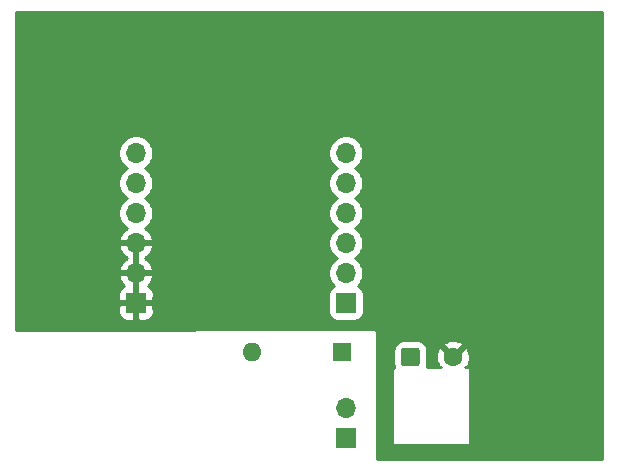
<source format=gbr>
%TF.GenerationSoftware,KiCad,Pcbnew,(5.1.10-1-10_14)*%
%TF.CreationDate,2021-06-28T12:16:04-04:00*%
%TF.ProjectId,fox_hunt_2m_fm,666f785f-6875-46e7-945f-326d5f666d2e,rev?*%
%TF.SameCoordinates,Original*%
%TF.FileFunction,Copper,L2,Bot*%
%TF.FilePolarity,Positive*%
%FSLAX46Y46*%
G04 Gerber Fmt 4.6, Leading zero omitted, Abs format (unit mm)*
G04 Created by KiCad (PCBNEW (5.1.10-1-10_14)) date 2021-06-28 12:16:04*
%MOMM*%
%LPD*%
G01*
G04 APERTURE LIST*
%TA.AperFunction,ComponentPad*%
%ADD10O,1.600000X1.600000*%
%TD*%
%TA.AperFunction,ComponentPad*%
%ADD11R,1.600000X1.600000*%
%TD*%
%TA.AperFunction,ComponentPad*%
%ADD12C,1.600000*%
%TD*%
%TA.AperFunction,ComponentPad*%
%ADD13O,1.700000X1.700000*%
%TD*%
%TA.AperFunction,ComponentPad*%
%ADD14R,1.700000X1.700000*%
%TD*%
%TA.AperFunction,ViaPad*%
%ADD15C,0.800000*%
%TD*%
%TA.AperFunction,Conductor*%
%ADD16C,0.250000*%
%TD*%
%TA.AperFunction,Conductor*%
%ADD17C,0.254000*%
%TD*%
%TA.AperFunction,Conductor*%
%ADD18C,0.100000*%
%TD*%
G04 APERTURE END LIST*
D10*
%TO.P,D1,2*%
%TO.N,Net-(BT1-Pad1)*%
X139630000Y-136000000D03*
D11*
%TO.P,D1,1*%
%TO.N,Net-(D1-Pad1)*%
X147250000Y-136000000D03*
%TD*%
D12*
%TO.P,J4,2*%
%TO.N,GND*%
X156635000Y-136398000D03*
%TO.P,J4,1*%
%TO.N,Net-(C6-Pad1)*%
%TA.AperFunction,ComponentPad*%
G36*
G01*
X152235000Y-136948000D02*
X152235000Y-135848000D01*
G75*
G02*
X152485000Y-135598000I250000J0D01*
G01*
X153585000Y-135598000D01*
G75*
G02*
X153835000Y-135848000I0J-250000D01*
G01*
X153835000Y-136948000D01*
G75*
G02*
X153585000Y-137198000I-250000J0D01*
G01*
X152485000Y-137198000D01*
G75*
G02*
X152235000Y-136948000I0J250000D01*
G01*
G37*
%TD.AperFunction*%
%TD*%
D13*
%TO.P,J3,2*%
%TO.N,Net-(D1-Pad1)*%
X147574000Y-140716000D03*
D14*
%TO.P,J3,1*%
%TO.N,Net-(BT1-Pad2)*%
X147574000Y-143256000D03*
%TD*%
D13*
%TO.P,J2,6*%
%TO.N,Net-(J2-Pad6)*%
X129794000Y-119126000D03*
%TO.P,J2,5*%
%TO.N,Net-(J2-Pad5)*%
X129794000Y-121666000D03*
%TO.P,J2,4*%
%TO.N,Net-(J2-Pad4)*%
X129794000Y-124206000D03*
%TO.P,J2,3*%
%TO.N,GND*%
X129794000Y-126746000D03*
%TO.P,J2,2*%
X129794000Y-129286000D03*
D14*
%TO.P,J2,1*%
X129794000Y-131826000D03*
%TD*%
D13*
%TO.P,J1,6*%
%TO.N,Net-(J1-Pad6)*%
X147574000Y-119126000D03*
%TO.P,J1,5*%
%TO.N,Net-(J1-Pad5)*%
X147574000Y-121666000D03*
%TO.P,J1,4*%
%TO.N,Net-(J1-Pad4)*%
X147574000Y-124206000D03*
%TO.P,J1,3*%
%TO.N,TUNE*%
X147574000Y-126746000D03*
%TO.P,J1,2*%
%TO.N,Net-(J1-Pad2)*%
X147574000Y-129286000D03*
D14*
%TO.P,J1,1*%
%TO.N,Net-(J1-Pad1)*%
X147574000Y-131826000D03*
%TD*%
D15*
%TO.N,GND*%
X161417000Y-132905500D03*
X163512500Y-130429000D03*
X156083000Y-125603000D03*
X133000000Y-114250000D03*
X120396000Y-107950000D03*
X122936000Y-109220000D03*
X125476000Y-107950000D03*
X120396000Y-110490000D03*
X122936000Y-111760000D03*
X125476000Y-110490000D03*
X120396000Y-113030000D03*
X122936000Y-114300000D03*
X125476000Y-113030000D03*
X120396000Y-115570000D03*
X122936000Y-116840000D03*
X125476000Y-115570000D03*
X120396000Y-118110000D03*
X122936000Y-119380000D03*
X125476000Y-118110000D03*
X120396000Y-120650000D03*
X122936000Y-121920000D03*
X125476000Y-120650000D03*
X120396000Y-123190000D03*
X122936000Y-124460000D03*
X125476000Y-123190000D03*
X120396000Y-125730000D03*
X122936000Y-127000000D03*
X125476000Y-125730000D03*
X120396000Y-128270000D03*
X122936000Y-129540000D03*
X125476000Y-128270000D03*
X120396000Y-130810000D03*
X122936000Y-132080000D03*
X125476000Y-130810000D03*
X120396000Y-133350000D03*
X125476000Y-133350000D03*
X135890000Y-116014500D03*
X138250000Y-114250000D03*
X140970000Y-116014500D03*
X143250000Y-114250000D03*
X135890000Y-128714500D03*
X140970000Y-128714500D03*
X133350000Y-129984500D03*
X135890000Y-131254500D03*
X138430000Y-129984500D03*
X140970000Y-131254500D03*
X143510000Y-129984500D03*
X133350000Y-132524500D03*
X138430000Y-132524500D03*
X143510000Y-132524500D03*
X128016000Y-109220000D03*
X130556000Y-107950000D03*
X133096000Y-109220000D03*
X135636000Y-107950000D03*
X138176000Y-109220000D03*
X140716000Y-107950000D03*
X143256000Y-109220000D03*
X145796000Y-107950000D03*
X148336000Y-109220000D03*
X150876000Y-107950000D03*
X153416000Y-109220000D03*
X155956000Y-107950000D03*
X158496000Y-109220000D03*
X161036000Y-107950000D03*
X163576000Y-109220000D03*
X166116000Y-107950000D03*
X168656000Y-109220000D03*
X166116000Y-110490000D03*
X168656000Y-111760000D03*
X166116000Y-113030000D03*
X168656000Y-114300000D03*
X166116000Y-115570000D03*
X168656000Y-116840000D03*
X166116000Y-118110000D03*
X168656000Y-119380000D03*
X166116000Y-120650000D03*
X168656000Y-121920000D03*
X166116000Y-123190000D03*
X168656000Y-124460000D03*
X166116000Y-125730000D03*
X168656000Y-127000000D03*
X166116000Y-128270000D03*
X168656000Y-129540000D03*
X166116000Y-130810000D03*
X168656000Y-132080000D03*
X166116000Y-133350000D03*
X168656000Y-134620000D03*
X166116000Y-135890000D03*
X168656000Y-137160000D03*
X166116000Y-138430000D03*
X168656000Y-139700000D03*
X166116000Y-140970000D03*
X168656000Y-142240000D03*
X166116000Y-143510000D03*
X161036000Y-110490000D03*
X163576000Y-111760000D03*
X163576000Y-132080000D03*
X163576000Y-134620000D03*
X163576000Y-137160000D03*
X163576000Y-139700000D03*
X163576000Y-142240000D03*
X161036000Y-143510000D03*
X161036000Y-140970000D03*
X161036000Y-138430000D03*
X161036000Y-135890000D03*
X158496000Y-137160000D03*
X158496000Y-139700000D03*
X158496000Y-142240000D03*
X150876000Y-137160000D03*
X150876000Y-139700000D03*
X150876000Y-142240000D03*
X150876000Y-134874000D03*
X150876000Y-133350000D03*
X150876000Y-130810000D03*
X150876000Y-128270000D03*
X153416000Y-129540000D03*
X153416000Y-131572000D03*
X155956000Y-131572000D03*
X150876000Y-120650000D03*
X150876000Y-123190000D03*
X150876000Y-125730000D03*
X158496000Y-134874000D03*
X158496000Y-144526000D03*
X155956000Y-144526000D03*
X153416000Y-144526000D03*
X150876000Y-144526000D03*
X145288000Y-125984000D03*
X145288000Y-128778000D03*
X145288000Y-131318000D03*
X159004000Y-132969000D03*
X163576000Y-114250000D03*
X163576000Y-116750000D03*
X153500000Y-119500000D03*
X156000000Y-120750000D03*
X156000000Y-118250000D03*
X128000000Y-114250000D03*
X148250000Y-114250000D03*
X130500000Y-111750000D03*
X135750000Y-111750000D03*
X140750000Y-111750000D03*
X145750000Y-111750000D03*
X150750000Y-111750000D03*
X145750000Y-116000000D03*
X130500000Y-116000000D03*
X128000000Y-111750000D03*
X150900000Y-118200000D03*
X150900000Y-116000000D03*
X135900000Y-126000000D03*
X138400000Y-127500000D03*
X138400000Y-124300000D03*
X143500000Y-124300000D03*
X143500000Y-127400000D03*
X140900000Y-126100000D03*
X133400000Y-127500000D03*
X155900000Y-111700000D03*
X161100000Y-115500000D03*
X158300000Y-114100000D03*
%TD*%
D16*
%TO.N,Net-(BT1-Pad1)*%
X139584000Y-135954000D02*
X139630000Y-136000000D01*
%TD*%
D17*
%TO.N,GND*%
X169266001Y-145009000D02*
X150527419Y-145009000D01*
X150495000Y-145005807D01*
X150462581Y-145009000D01*
X150365617Y-145018550D01*
X150241207Y-145056290D01*
X150241000Y-145056401D01*
X150241000Y-137414000D01*
X151511000Y-137414000D01*
X151511000Y-143764000D01*
X151513440Y-143788776D01*
X151520667Y-143812601D01*
X151532403Y-143834557D01*
X151548197Y-143853803D01*
X151567443Y-143869597D01*
X151589399Y-143881333D01*
X151613224Y-143888560D01*
X151638000Y-143891000D01*
X157988000Y-143891000D01*
X158012776Y-143888560D01*
X158036601Y-143881333D01*
X158058557Y-143869597D01*
X158077803Y-143853803D01*
X158093597Y-143834557D01*
X158105333Y-143812601D01*
X158112560Y-143788776D01*
X158115000Y-143764000D01*
X158115000Y-137414000D01*
X158112560Y-137389224D01*
X158105333Y-137365399D01*
X158093597Y-137343443D01*
X158077803Y-137324197D01*
X158058557Y-137308403D01*
X158036601Y-137296667D01*
X158012776Y-137289440D01*
X157988000Y-137287000D01*
X157703607Y-137287000D01*
X157627704Y-137211097D01*
X157871671Y-137139514D01*
X157992571Y-136884004D01*
X158061300Y-136609816D01*
X158075217Y-136327488D01*
X158033787Y-136047870D01*
X157938603Y-135781708D01*
X157871671Y-135656486D01*
X157627702Y-135584903D01*
X156814605Y-136398000D01*
X156828748Y-136412143D01*
X156649143Y-136591748D01*
X156635000Y-136577605D01*
X156620858Y-136591748D01*
X156441253Y-136412143D01*
X156455395Y-136398000D01*
X155642298Y-135584903D01*
X155398329Y-135656486D01*
X155277429Y-135911996D01*
X155208700Y-136186184D01*
X155194783Y-136468512D01*
X155236213Y-136748130D01*
X155331397Y-137014292D01*
X155398329Y-137139514D01*
X155642296Y-137211097D01*
X155566393Y-137287000D01*
X154405730Y-137287000D01*
X154456008Y-137121254D01*
X154473072Y-136948000D01*
X154473072Y-135848000D01*
X154456008Y-135674746D01*
X154405472Y-135508150D01*
X154350497Y-135405298D01*
X155821903Y-135405298D01*
X156635000Y-136218395D01*
X157448097Y-135405298D01*
X157376514Y-135161329D01*
X157121004Y-135040429D01*
X156846816Y-134971700D01*
X156564488Y-134957783D01*
X156284870Y-134999213D01*
X156018708Y-135094397D01*
X155893486Y-135161329D01*
X155821903Y-135405298D01*
X154350497Y-135405298D01*
X154323405Y-135354614D01*
X154212962Y-135220038D01*
X154078386Y-135109595D01*
X153924850Y-135027528D01*
X153758254Y-134976992D01*
X153585000Y-134959928D01*
X152485000Y-134959928D01*
X152311746Y-134976992D01*
X152145150Y-135027528D01*
X151991614Y-135109595D01*
X151857038Y-135220038D01*
X151746595Y-135354614D01*
X151664528Y-135508150D01*
X151613992Y-135674746D01*
X151596928Y-135848000D01*
X151596928Y-136948000D01*
X151613992Y-137121254D01*
X151664270Y-137287000D01*
X151638000Y-137287000D01*
X151613224Y-137289440D01*
X151589399Y-137296667D01*
X151567443Y-137308403D01*
X151548197Y-137324197D01*
X151532403Y-137343443D01*
X151520667Y-137365399D01*
X151513440Y-137389224D01*
X151511000Y-137414000D01*
X150241000Y-137414000D01*
X150241000Y-134406231D01*
X150238548Y-134381395D01*
X150219120Y-134283968D01*
X150211881Y-134260147D01*
X150200066Y-134238094D01*
X150144753Y-134155571D01*
X150128932Y-134136349D01*
X150109563Y-134120515D01*
X150026828Y-134065520D01*
X150004843Y-134053837D01*
X149980881Y-134046643D01*
X149883379Y-134027590D01*
X149858533Y-134025234D01*
X119659000Y-134141468D01*
X119659000Y-132676000D01*
X128305928Y-132676000D01*
X128318188Y-132800482D01*
X128354498Y-132920180D01*
X128413463Y-133030494D01*
X128492815Y-133127185D01*
X128589506Y-133206537D01*
X128699820Y-133265502D01*
X128819518Y-133301812D01*
X128944000Y-133314072D01*
X129508250Y-133311000D01*
X129667000Y-133152250D01*
X129667000Y-131953000D01*
X129921000Y-131953000D01*
X129921000Y-133152250D01*
X130079750Y-133311000D01*
X130644000Y-133314072D01*
X130768482Y-133301812D01*
X130888180Y-133265502D01*
X130998494Y-133206537D01*
X131095185Y-133127185D01*
X131174537Y-133030494D01*
X131233502Y-132920180D01*
X131269812Y-132800482D01*
X131282072Y-132676000D01*
X131279000Y-132111750D01*
X131120250Y-131953000D01*
X129921000Y-131953000D01*
X129667000Y-131953000D01*
X128467750Y-131953000D01*
X128309000Y-132111750D01*
X128305928Y-132676000D01*
X119659000Y-132676000D01*
X119659000Y-130976000D01*
X128305928Y-130976000D01*
X128309000Y-131540250D01*
X128467750Y-131699000D01*
X129667000Y-131699000D01*
X129667000Y-129413000D01*
X129921000Y-129413000D01*
X129921000Y-131699000D01*
X131120250Y-131699000D01*
X131279000Y-131540250D01*
X131282072Y-130976000D01*
X146085928Y-130976000D01*
X146085928Y-132676000D01*
X146098188Y-132800482D01*
X146134498Y-132920180D01*
X146193463Y-133030494D01*
X146272815Y-133127185D01*
X146369506Y-133206537D01*
X146479820Y-133265502D01*
X146599518Y-133301812D01*
X146724000Y-133314072D01*
X148424000Y-133314072D01*
X148548482Y-133301812D01*
X148668180Y-133265502D01*
X148778494Y-133206537D01*
X148875185Y-133127185D01*
X148954537Y-133030494D01*
X149013502Y-132920180D01*
X149049812Y-132800482D01*
X149062072Y-132676000D01*
X149062072Y-130976000D01*
X149049812Y-130851518D01*
X149013502Y-130731820D01*
X148954537Y-130621506D01*
X148875185Y-130524815D01*
X148778494Y-130445463D01*
X148668180Y-130386498D01*
X148595620Y-130364487D01*
X148727475Y-130232632D01*
X148889990Y-129989411D01*
X149001932Y-129719158D01*
X149059000Y-129432260D01*
X149059000Y-129139740D01*
X149001932Y-128852842D01*
X148889990Y-128582589D01*
X148727475Y-128339368D01*
X148520632Y-128132525D01*
X148346240Y-128016000D01*
X148520632Y-127899475D01*
X148727475Y-127692632D01*
X148889990Y-127449411D01*
X149001932Y-127179158D01*
X149059000Y-126892260D01*
X149059000Y-126599740D01*
X149001932Y-126312842D01*
X148889990Y-126042589D01*
X148727475Y-125799368D01*
X148520632Y-125592525D01*
X148346240Y-125476000D01*
X148520632Y-125359475D01*
X148727475Y-125152632D01*
X148889990Y-124909411D01*
X149001932Y-124639158D01*
X149059000Y-124352260D01*
X149059000Y-124059740D01*
X149001932Y-123772842D01*
X148889990Y-123502589D01*
X148727475Y-123259368D01*
X148520632Y-123052525D01*
X148346240Y-122936000D01*
X148520632Y-122819475D01*
X148727475Y-122612632D01*
X148889990Y-122369411D01*
X149001932Y-122099158D01*
X149059000Y-121812260D01*
X149059000Y-121519740D01*
X149001932Y-121232842D01*
X148889990Y-120962589D01*
X148727475Y-120719368D01*
X148520632Y-120512525D01*
X148346240Y-120396000D01*
X148520632Y-120279475D01*
X148727475Y-120072632D01*
X148889990Y-119829411D01*
X149001932Y-119559158D01*
X149059000Y-119272260D01*
X149059000Y-118979740D01*
X149001932Y-118692842D01*
X148889990Y-118422589D01*
X148727475Y-118179368D01*
X148520632Y-117972525D01*
X148277411Y-117810010D01*
X148007158Y-117698068D01*
X147720260Y-117641000D01*
X147427740Y-117641000D01*
X147140842Y-117698068D01*
X146870589Y-117810010D01*
X146627368Y-117972525D01*
X146420525Y-118179368D01*
X146258010Y-118422589D01*
X146146068Y-118692842D01*
X146089000Y-118979740D01*
X146089000Y-119272260D01*
X146146068Y-119559158D01*
X146258010Y-119829411D01*
X146420525Y-120072632D01*
X146627368Y-120279475D01*
X146801760Y-120396000D01*
X146627368Y-120512525D01*
X146420525Y-120719368D01*
X146258010Y-120962589D01*
X146146068Y-121232842D01*
X146089000Y-121519740D01*
X146089000Y-121812260D01*
X146146068Y-122099158D01*
X146258010Y-122369411D01*
X146420525Y-122612632D01*
X146627368Y-122819475D01*
X146801760Y-122936000D01*
X146627368Y-123052525D01*
X146420525Y-123259368D01*
X146258010Y-123502589D01*
X146146068Y-123772842D01*
X146089000Y-124059740D01*
X146089000Y-124352260D01*
X146146068Y-124639158D01*
X146258010Y-124909411D01*
X146420525Y-125152632D01*
X146627368Y-125359475D01*
X146801760Y-125476000D01*
X146627368Y-125592525D01*
X146420525Y-125799368D01*
X146258010Y-126042589D01*
X146146068Y-126312842D01*
X146089000Y-126599740D01*
X146089000Y-126892260D01*
X146146068Y-127179158D01*
X146258010Y-127449411D01*
X146420525Y-127692632D01*
X146627368Y-127899475D01*
X146801760Y-128016000D01*
X146627368Y-128132525D01*
X146420525Y-128339368D01*
X146258010Y-128582589D01*
X146146068Y-128852842D01*
X146089000Y-129139740D01*
X146089000Y-129432260D01*
X146146068Y-129719158D01*
X146258010Y-129989411D01*
X146420525Y-130232632D01*
X146552380Y-130364487D01*
X146479820Y-130386498D01*
X146369506Y-130445463D01*
X146272815Y-130524815D01*
X146193463Y-130621506D01*
X146134498Y-130731820D01*
X146098188Y-130851518D01*
X146085928Y-130976000D01*
X131282072Y-130976000D01*
X131269812Y-130851518D01*
X131233502Y-130731820D01*
X131174537Y-130621506D01*
X131095185Y-130524815D01*
X130998494Y-130445463D01*
X130888180Y-130386498D01*
X130807534Y-130362034D01*
X130891588Y-130286269D01*
X131065641Y-130052920D01*
X131190825Y-129790099D01*
X131235476Y-129642890D01*
X131114155Y-129413000D01*
X129921000Y-129413000D01*
X129667000Y-129413000D01*
X128473845Y-129413000D01*
X128352524Y-129642890D01*
X128397175Y-129790099D01*
X128522359Y-130052920D01*
X128696412Y-130286269D01*
X128780466Y-130362034D01*
X128699820Y-130386498D01*
X128589506Y-130445463D01*
X128492815Y-130524815D01*
X128413463Y-130621506D01*
X128354498Y-130731820D01*
X128318188Y-130851518D01*
X128305928Y-130976000D01*
X119659000Y-130976000D01*
X119659000Y-127102890D01*
X128352524Y-127102890D01*
X128397175Y-127250099D01*
X128522359Y-127512920D01*
X128696412Y-127746269D01*
X128912645Y-127941178D01*
X129038255Y-128016000D01*
X128912645Y-128090822D01*
X128696412Y-128285731D01*
X128522359Y-128519080D01*
X128397175Y-128781901D01*
X128352524Y-128929110D01*
X128473845Y-129159000D01*
X129667000Y-129159000D01*
X129667000Y-126873000D01*
X129921000Y-126873000D01*
X129921000Y-129159000D01*
X131114155Y-129159000D01*
X131235476Y-128929110D01*
X131190825Y-128781901D01*
X131065641Y-128519080D01*
X130891588Y-128285731D01*
X130675355Y-128090822D01*
X130549745Y-128016000D01*
X130675355Y-127941178D01*
X130891588Y-127746269D01*
X131065641Y-127512920D01*
X131190825Y-127250099D01*
X131235476Y-127102890D01*
X131114155Y-126873000D01*
X129921000Y-126873000D01*
X129667000Y-126873000D01*
X128473845Y-126873000D01*
X128352524Y-127102890D01*
X119659000Y-127102890D01*
X119659000Y-118979740D01*
X128309000Y-118979740D01*
X128309000Y-119272260D01*
X128366068Y-119559158D01*
X128478010Y-119829411D01*
X128640525Y-120072632D01*
X128847368Y-120279475D01*
X129021760Y-120396000D01*
X128847368Y-120512525D01*
X128640525Y-120719368D01*
X128478010Y-120962589D01*
X128366068Y-121232842D01*
X128309000Y-121519740D01*
X128309000Y-121812260D01*
X128366068Y-122099158D01*
X128478010Y-122369411D01*
X128640525Y-122612632D01*
X128847368Y-122819475D01*
X129021760Y-122936000D01*
X128847368Y-123052525D01*
X128640525Y-123259368D01*
X128478010Y-123502589D01*
X128366068Y-123772842D01*
X128309000Y-124059740D01*
X128309000Y-124352260D01*
X128366068Y-124639158D01*
X128478010Y-124909411D01*
X128640525Y-125152632D01*
X128847368Y-125359475D01*
X129029534Y-125481195D01*
X128912645Y-125550822D01*
X128696412Y-125745731D01*
X128522359Y-125979080D01*
X128397175Y-126241901D01*
X128352524Y-126389110D01*
X128473845Y-126619000D01*
X129667000Y-126619000D01*
X129667000Y-126599000D01*
X129921000Y-126599000D01*
X129921000Y-126619000D01*
X131114155Y-126619000D01*
X131235476Y-126389110D01*
X131190825Y-126241901D01*
X131065641Y-125979080D01*
X130891588Y-125745731D01*
X130675355Y-125550822D01*
X130558466Y-125481195D01*
X130740632Y-125359475D01*
X130947475Y-125152632D01*
X131109990Y-124909411D01*
X131221932Y-124639158D01*
X131279000Y-124352260D01*
X131279000Y-124059740D01*
X131221932Y-123772842D01*
X131109990Y-123502589D01*
X130947475Y-123259368D01*
X130740632Y-123052525D01*
X130566240Y-122936000D01*
X130740632Y-122819475D01*
X130947475Y-122612632D01*
X131109990Y-122369411D01*
X131221932Y-122099158D01*
X131279000Y-121812260D01*
X131279000Y-121519740D01*
X131221932Y-121232842D01*
X131109990Y-120962589D01*
X130947475Y-120719368D01*
X130740632Y-120512525D01*
X130566240Y-120396000D01*
X130740632Y-120279475D01*
X130947475Y-120072632D01*
X131109990Y-119829411D01*
X131221932Y-119559158D01*
X131279000Y-119272260D01*
X131279000Y-118979740D01*
X131221932Y-118692842D01*
X131109990Y-118422589D01*
X130947475Y-118179368D01*
X130740632Y-117972525D01*
X130497411Y-117810010D01*
X130227158Y-117698068D01*
X129940260Y-117641000D01*
X129647740Y-117641000D01*
X129360842Y-117698068D01*
X129090589Y-117810010D01*
X128847368Y-117972525D01*
X128640525Y-118179368D01*
X128478010Y-118422589D01*
X128366068Y-118692842D01*
X128309000Y-118979740D01*
X119659000Y-118979740D01*
X119659000Y-107213000D01*
X169266000Y-107213000D01*
X169266001Y-145009000D01*
%TA.AperFunction,Conductor*%
D18*
G36*
X169266001Y-145009000D02*
G01*
X150527419Y-145009000D01*
X150495000Y-145005807D01*
X150462581Y-145009000D01*
X150365617Y-145018550D01*
X150241207Y-145056290D01*
X150241000Y-145056401D01*
X150241000Y-137414000D01*
X151511000Y-137414000D01*
X151511000Y-143764000D01*
X151513440Y-143788776D01*
X151520667Y-143812601D01*
X151532403Y-143834557D01*
X151548197Y-143853803D01*
X151567443Y-143869597D01*
X151589399Y-143881333D01*
X151613224Y-143888560D01*
X151638000Y-143891000D01*
X157988000Y-143891000D01*
X158012776Y-143888560D01*
X158036601Y-143881333D01*
X158058557Y-143869597D01*
X158077803Y-143853803D01*
X158093597Y-143834557D01*
X158105333Y-143812601D01*
X158112560Y-143788776D01*
X158115000Y-143764000D01*
X158115000Y-137414000D01*
X158112560Y-137389224D01*
X158105333Y-137365399D01*
X158093597Y-137343443D01*
X158077803Y-137324197D01*
X158058557Y-137308403D01*
X158036601Y-137296667D01*
X158012776Y-137289440D01*
X157988000Y-137287000D01*
X157703607Y-137287000D01*
X157627704Y-137211097D01*
X157871671Y-137139514D01*
X157992571Y-136884004D01*
X158061300Y-136609816D01*
X158075217Y-136327488D01*
X158033787Y-136047870D01*
X157938603Y-135781708D01*
X157871671Y-135656486D01*
X157627702Y-135584903D01*
X156814605Y-136398000D01*
X156828748Y-136412143D01*
X156649143Y-136591748D01*
X156635000Y-136577605D01*
X156620858Y-136591748D01*
X156441253Y-136412143D01*
X156455395Y-136398000D01*
X155642298Y-135584903D01*
X155398329Y-135656486D01*
X155277429Y-135911996D01*
X155208700Y-136186184D01*
X155194783Y-136468512D01*
X155236213Y-136748130D01*
X155331397Y-137014292D01*
X155398329Y-137139514D01*
X155642296Y-137211097D01*
X155566393Y-137287000D01*
X154405730Y-137287000D01*
X154456008Y-137121254D01*
X154473072Y-136948000D01*
X154473072Y-135848000D01*
X154456008Y-135674746D01*
X154405472Y-135508150D01*
X154350497Y-135405298D01*
X155821903Y-135405298D01*
X156635000Y-136218395D01*
X157448097Y-135405298D01*
X157376514Y-135161329D01*
X157121004Y-135040429D01*
X156846816Y-134971700D01*
X156564488Y-134957783D01*
X156284870Y-134999213D01*
X156018708Y-135094397D01*
X155893486Y-135161329D01*
X155821903Y-135405298D01*
X154350497Y-135405298D01*
X154323405Y-135354614D01*
X154212962Y-135220038D01*
X154078386Y-135109595D01*
X153924850Y-135027528D01*
X153758254Y-134976992D01*
X153585000Y-134959928D01*
X152485000Y-134959928D01*
X152311746Y-134976992D01*
X152145150Y-135027528D01*
X151991614Y-135109595D01*
X151857038Y-135220038D01*
X151746595Y-135354614D01*
X151664528Y-135508150D01*
X151613992Y-135674746D01*
X151596928Y-135848000D01*
X151596928Y-136948000D01*
X151613992Y-137121254D01*
X151664270Y-137287000D01*
X151638000Y-137287000D01*
X151613224Y-137289440D01*
X151589399Y-137296667D01*
X151567443Y-137308403D01*
X151548197Y-137324197D01*
X151532403Y-137343443D01*
X151520667Y-137365399D01*
X151513440Y-137389224D01*
X151511000Y-137414000D01*
X150241000Y-137414000D01*
X150241000Y-134406231D01*
X150238548Y-134381395D01*
X150219120Y-134283968D01*
X150211881Y-134260147D01*
X150200066Y-134238094D01*
X150144753Y-134155571D01*
X150128932Y-134136349D01*
X150109563Y-134120515D01*
X150026828Y-134065520D01*
X150004843Y-134053837D01*
X149980881Y-134046643D01*
X149883379Y-134027590D01*
X149858533Y-134025234D01*
X119659000Y-134141468D01*
X119659000Y-132676000D01*
X128305928Y-132676000D01*
X128318188Y-132800482D01*
X128354498Y-132920180D01*
X128413463Y-133030494D01*
X128492815Y-133127185D01*
X128589506Y-133206537D01*
X128699820Y-133265502D01*
X128819518Y-133301812D01*
X128944000Y-133314072D01*
X129508250Y-133311000D01*
X129667000Y-133152250D01*
X129667000Y-131953000D01*
X129921000Y-131953000D01*
X129921000Y-133152250D01*
X130079750Y-133311000D01*
X130644000Y-133314072D01*
X130768482Y-133301812D01*
X130888180Y-133265502D01*
X130998494Y-133206537D01*
X131095185Y-133127185D01*
X131174537Y-133030494D01*
X131233502Y-132920180D01*
X131269812Y-132800482D01*
X131282072Y-132676000D01*
X131279000Y-132111750D01*
X131120250Y-131953000D01*
X129921000Y-131953000D01*
X129667000Y-131953000D01*
X128467750Y-131953000D01*
X128309000Y-132111750D01*
X128305928Y-132676000D01*
X119659000Y-132676000D01*
X119659000Y-130976000D01*
X128305928Y-130976000D01*
X128309000Y-131540250D01*
X128467750Y-131699000D01*
X129667000Y-131699000D01*
X129667000Y-129413000D01*
X129921000Y-129413000D01*
X129921000Y-131699000D01*
X131120250Y-131699000D01*
X131279000Y-131540250D01*
X131282072Y-130976000D01*
X146085928Y-130976000D01*
X146085928Y-132676000D01*
X146098188Y-132800482D01*
X146134498Y-132920180D01*
X146193463Y-133030494D01*
X146272815Y-133127185D01*
X146369506Y-133206537D01*
X146479820Y-133265502D01*
X146599518Y-133301812D01*
X146724000Y-133314072D01*
X148424000Y-133314072D01*
X148548482Y-133301812D01*
X148668180Y-133265502D01*
X148778494Y-133206537D01*
X148875185Y-133127185D01*
X148954537Y-133030494D01*
X149013502Y-132920180D01*
X149049812Y-132800482D01*
X149062072Y-132676000D01*
X149062072Y-130976000D01*
X149049812Y-130851518D01*
X149013502Y-130731820D01*
X148954537Y-130621506D01*
X148875185Y-130524815D01*
X148778494Y-130445463D01*
X148668180Y-130386498D01*
X148595620Y-130364487D01*
X148727475Y-130232632D01*
X148889990Y-129989411D01*
X149001932Y-129719158D01*
X149059000Y-129432260D01*
X149059000Y-129139740D01*
X149001932Y-128852842D01*
X148889990Y-128582589D01*
X148727475Y-128339368D01*
X148520632Y-128132525D01*
X148346240Y-128016000D01*
X148520632Y-127899475D01*
X148727475Y-127692632D01*
X148889990Y-127449411D01*
X149001932Y-127179158D01*
X149059000Y-126892260D01*
X149059000Y-126599740D01*
X149001932Y-126312842D01*
X148889990Y-126042589D01*
X148727475Y-125799368D01*
X148520632Y-125592525D01*
X148346240Y-125476000D01*
X148520632Y-125359475D01*
X148727475Y-125152632D01*
X148889990Y-124909411D01*
X149001932Y-124639158D01*
X149059000Y-124352260D01*
X149059000Y-124059740D01*
X149001932Y-123772842D01*
X148889990Y-123502589D01*
X148727475Y-123259368D01*
X148520632Y-123052525D01*
X148346240Y-122936000D01*
X148520632Y-122819475D01*
X148727475Y-122612632D01*
X148889990Y-122369411D01*
X149001932Y-122099158D01*
X149059000Y-121812260D01*
X149059000Y-121519740D01*
X149001932Y-121232842D01*
X148889990Y-120962589D01*
X148727475Y-120719368D01*
X148520632Y-120512525D01*
X148346240Y-120396000D01*
X148520632Y-120279475D01*
X148727475Y-120072632D01*
X148889990Y-119829411D01*
X149001932Y-119559158D01*
X149059000Y-119272260D01*
X149059000Y-118979740D01*
X149001932Y-118692842D01*
X148889990Y-118422589D01*
X148727475Y-118179368D01*
X148520632Y-117972525D01*
X148277411Y-117810010D01*
X148007158Y-117698068D01*
X147720260Y-117641000D01*
X147427740Y-117641000D01*
X147140842Y-117698068D01*
X146870589Y-117810010D01*
X146627368Y-117972525D01*
X146420525Y-118179368D01*
X146258010Y-118422589D01*
X146146068Y-118692842D01*
X146089000Y-118979740D01*
X146089000Y-119272260D01*
X146146068Y-119559158D01*
X146258010Y-119829411D01*
X146420525Y-120072632D01*
X146627368Y-120279475D01*
X146801760Y-120396000D01*
X146627368Y-120512525D01*
X146420525Y-120719368D01*
X146258010Y-120962589D01*
X146146068Y-121232842D01*
X146089000Y-121519740D01*
X146089000Y-121812260D01*
X146146068Y-122099158D01*
X146258010Y-122369411D01*
X146420525Y-122612632D01*
X146627368Y-122819475D01*
X146801760Y-122936000D01*
X146627368Y-123052525D01*
X146420525Y-123259368D01*
X146258010Y-123502589D01*
X146146068Y-123772842D01*
X146089000Y-124059740D01*
X146089000Y-124352260D01*
X146146068Y-124639158D01*
X146258010Y-124909411D01*
X146420525Y-125152632D01*
X146627368Y-125359475D01*
X146801760Y-125476000D01*
X146627368Y-125592525D01*
X146420525Y-125799368D01*
X146258010Y-126042589D01*
X146146068Y-126312842D01*
X146089000Y-126599740D01*
X146089000Y-126892260D01*
X146146068Y-127179158D01*
X146258010Y-127449411D01*
X146420525Y-127692632D01*
X146627368Y-127899475D01*
X146801760Y-128016000D01*
X146627368Y-128132525D01*
X146420525Y-128339368D01*
X146258010Y-128582589D01*
X146146068Y-128852842D01*
X146089000Y-129139740D01*
X146089000Y-129432260D01*
X146146068Y-129719158D01*
X146258010Y-129989411D01*
X146420525Y-130232632D01*
X146552380Y-130364487D01*
X146479820Y-130386498D01*
X146369506Y-130445463D01*
X146272815Y-130524815D01*
X146193463Y-130621506D01*
X146134498Y-130731820D01*
X146098188Y-130851518D01*
X146085928Y-130976000D01*
X131282072Y-130976000D01*
X131269812Y-130851518D01*
X131233502Y-130731820D01*
X131174537Y-130621506D01*
X131095185Y-130524815D01*
X130998494Y-130445463D01*
X130888180Y-130386498D01*
X130807534Y-130362034D01*
X130891588Y-130286269D01*
X131065641Y-130052920D01*
X131190825Y-129790099D01*
X131235476Y-129642890D01*
X131114155Y-129413000D01*
X129921000Y-129413000D01*
X129667000Y-129413000D01*
X128473845Y-129413000D01*
X128352524Y-129642890D01*
X128397175Y-129790099D01*
X128522359Y-130052920D01*
X128696412Y-130286269D01*
X128780466Y-130362034D01*
X128699820Y-130386498D01*
X128589506Y-130445463D01*
X128492815Y-130524815D01*
X128413463Y-130621506D01*
X128354498Y-130731820D01*
X128318188Y-130851518D01*
X128305928Y-130976000D01*
X119659000Y-130976000D01*
X119659000Y-127102890D01*
X128352524Y-127102890D01*
X128397175Y-127250099D01*
X128522359Y-127512920D01*
X128696412Y-127746269D01*
X128912645Y-127941178D01*
X129038255Y-128016000D01*
X128912645Y-128090822D01*
X128696412Y-128285731D01*
X128522359Y-128519080D01*
X128397175Y-128781901D01*
X128352524Y-128929110D01*
X128473845Y-129159000D01*
X129667000Y-129159000D01*
X129667000Y-126873000D01*
X129921000Y-126873000D01*
X129921000Y-129159000D01*
X131114155Y-129159000D01*
X131235476Y-128929110D01*
X131190825Y-128781901D01*
X131065641Y-128519080D01*
X130891588Y-128285731D01*
X130675355Y-128090822D01*
X130549745Y-128016000D01*
X130675355Y-127941178D01*
X130891588Y-127746269D01*
X131065641Y-127512920D01*
X131190825Y-127250099D01*
X131235476Y-127102890D01*
X131114155Y-126873000D01*
X129921000Y-126873000D01*
X129667000Y-126873000D01*
X128473845Y-126873000D01*
X128352524Y-127102890D01*
X119659000Y-127102890D01*
X119659000Y-118979740D01*
X128309000Y-118979740D01*
X128309000Y-119272260D01*
X128366068Y-119559158D01*
X128478010Y-119829411D01*
X128640525Y-120072632D01*
X128847368Y-120279475D01*
X129021760Y-120396000D01*
X128847368Y-120512525D01*
X128640525Y-120719368D01*
X128478010Y-120962589D01*
X128366068Y-121232842D01*
X128309000Y-121519740D01*
X128309000Y-121812260D01*
X128366068Y-122099158D01*
X128478010Y-122369411D01*
X128640525Y-122612632D01*
X128847368Y-122819475D01*
X129021760Y-122936000D01*
X128847368Y-123052525D01*
X128640525Y-123259368D01*
X128478010Y-123502589D01*
X128366068Y-123772842D01*
X128309000Y-124059740D01*
X128309000Y-124352260D01*
X128366068Y-124639158D01*
X128478010Y-124909411D01*
X128640525Y-125152632D01*
X128847368Y-125359475D01*
X129029534Y-125481195D01*
X128912645Y-125550822D01*
X128696412Y-125745731D01*
X128522359Y-125979080D01*
X128397175Y-126241901D01*
X128352524Y-126389110D01*
X128473845Y-126619000D01*
X129667000Y-126619000D01*
X129667000Y-126599000D01*
X129921000Y-126599000D01*
X129921000Y-126619000D01*
X131114155Y-126619000D01*
X131235476Y-126389110D01*
X131190825Y-126241901D01*
X131065641Y-125979080D01*
X130891588Y-125745731D01*
X130675355Y-125550822D01*
X130558466Y-125481195D01*
X130740632Y-125359475D01*
X130947475Y-125152632D01*
X131109990Y-124909411D01*
X131221932Y-124639158D01*
X131279000Y-124352260D01*
X131279000Y-124059740D01*
X131221932Y-123772842D01*
X131109990Y-123502589D01*
X130947475Y-123259368D01*
X130740632Y-123052525D01*
X130566240Y-122936000D01*
X130740632Y-122819475D01*
X130947475Y-122612632D01*
X131109990Y-122369411D01*
X131221932Y-122099158D01*
X131279000Y-121812260D01*
X131279000Y-121519740D01*
X131221932Y-121232842D01*
X131109990Y-120962589D01*
X130947475Y-120719368D01*
X130740632Y-120512525D01*
X130566240Y-120396000D01*
X130740632Y-120279475D01*
X130947475Y-120072632D01*
X131109990Y-119829411D01*
X131221932Y-119559158D01*
X131279000Y-119272260D01*
X131279000Y-118979740D01*
X131221932Y-118692842D01*
X131109990Y-118422589D01*
X130947475Y-118179368D01*
X130740632Y-117972525D01*
X130497411Y-117810010D01*
X130227158Y-117698068D01*
X129940260Y-117641000D01*
X129647740Y-117641000D01*
X129360842Y-117698068D01*
X129090589Y-117810010D01*
X128847368Y-117972525D01*
X128640525Y-118179368D01*
X128478010Y-118422589D01*
X128366068Y-118692842D01*
X128309000Y-118979740D01*
X119659000Y-118979740D01*
X119659000Y-107213000D01*
X169266000Y-107213000D01*
X169266001Y-145009000D01*
G37*
%TD.AperFunction*%
%TD*%
M02*

</source>
